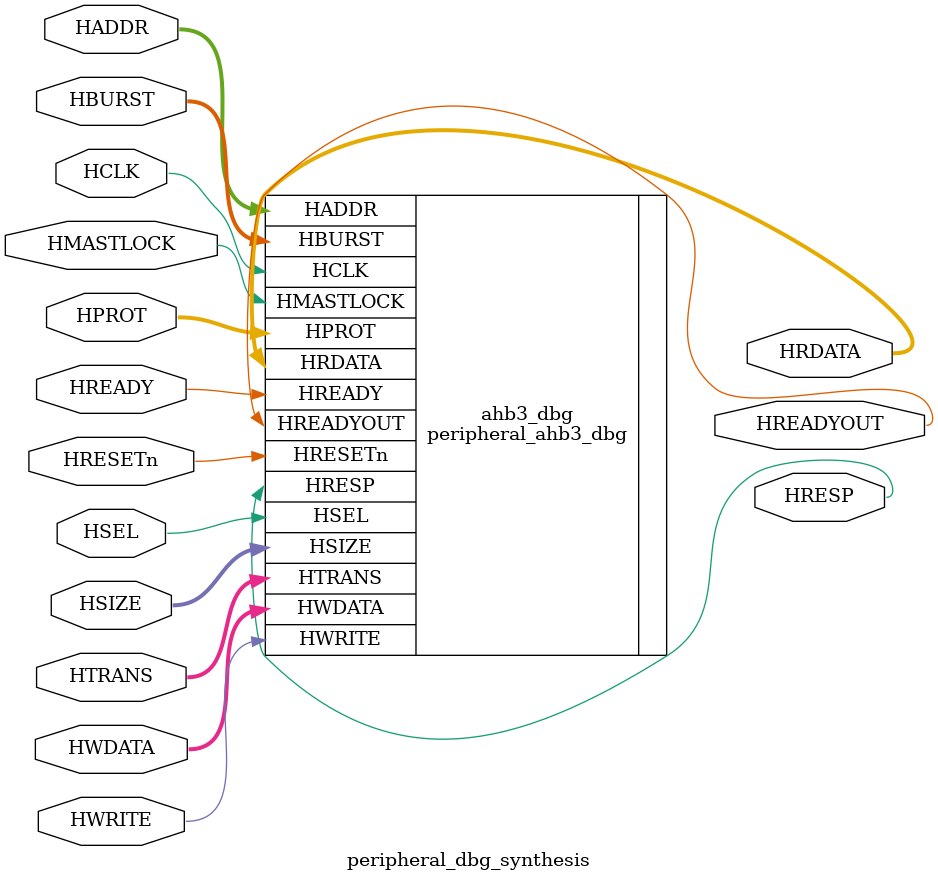
<source format=sv>

/* Copyright (c) 2018-2019 by the author(s)
 *
 * Permission is hereby granted, free of charge, to any person obtaining a copy
 * of this software and associated documentation files (the "Software"), to deal
 * in the Software without restriction, including without limitation the rights
 * to use, copy, modify, merge, publish, distribute, sublicense, and/or sell
 * copies of the Software, and to permit persons to whom the Software is
 * furnished to do so, subject to the following conditions:
 *
 * The above copyright notice and this permission notice shall be included in
 * all copies or substantial portions of the Software.
 *
 * THE SOFTWARE IS PROVIDED "AS IS", WITHOUT WARRANTY OF ANY KIND, EXPRESS OR
 * IMPLIED, INCLUDING BUT NOT LIMITED TO THE WARRANTIES OF MERCHANTABILITY,
 * FITNESS FOR A PARTICULAR PURPOSE AND NONINFRINGEMENT. IN NO EVENT SHALL THE
 * AUTHORS OR COPYRIGHT HOLDERS BE LIABLE FOR ANY CLAIM, DAMAGES OR OTHER
 * LIABILITY, WHETHER IN AN ACTION OF CONTRACT, TORT OR OTHERWISE, ARISING FROM,
 * OUT OF OR IN CONNECTION WITH THE SOFTWARE OR THE USE OR OTHER DEALINGS IN
 * THE SOFTWARE.
 *
 * =============================================================================
 * Author(s):
 *   Paco Reina Campo <pacoreinacampo@queenfield.tech>
 */

module peripheral_dbg_synthesis #(
  parameter MEM_SIZE          = 256,        //Memory in Bytes
  parameter MEM_DEPTH         = 256,        //Memory depth
  parameter PLEN              = 8,
  parameter XLEN              = 32,
  parameter TECHNOLOGY        = "GENERIC",
  parameter REGISTERED_OUTPUT = "NO"
) (
  input HRESETn,
  input HCLK,

  input                 HSEL,
  input      [PLEN-1:0] HADDR,
  input      [XLEN-1:0] HWDATA,
  output reg [XLEN-1:0] HRDATA,
  input                 HWRITE,
  input      [     2:0] HSIZE,
  input      [     2:0] HBURST,
  input      [     3:0] HPROT,
  input      [     1:0] HTRANS,
  input                 HMASTLOCK,
  output reg            HREADYOUT,
  input                 HREADY,
  output                HRESP
);

  //////////////////////////////////////////////////////////////////
  //
  // Module Body
  //

  //DUT AHB3
  peripheral_ahb3_dbg #(
    .MEM_SIZE         (MEM_SIZE),
    .MEM_DEPTH        (MEM_DEPTH),
    .PLEN             (PLEN),
    .XLEN             (XLEN),
    .TECHNOLOGY       (TECHNOLOGY),
    .REGISTERED_OUTPUT(REGISTERED_OUTPUT)
  ) ahb3_dbg (
    .HRESETn(HRESETn),
    .HCLK   (HCLK),

    .HSEL     (HSEL),
    .HADDR    (HADDR),
    .HWDATA   (HWDATA),
    .HRDATA   (HRDATA),
    .HWRITE   (HWRITE),
    .HSIZE    (HSIZE),
    .HBURST   (HBURST),
    .HPROT    (HPROT),
    .HTRANS   (HTRANS),
    .HMASTLOCK(HMASTLOCK),
    .HREADYOUT(HREADYOUT),
    .HREADY   (HREADY),
    .HRESP    (HRESP)
  );
endmodule

</source>
